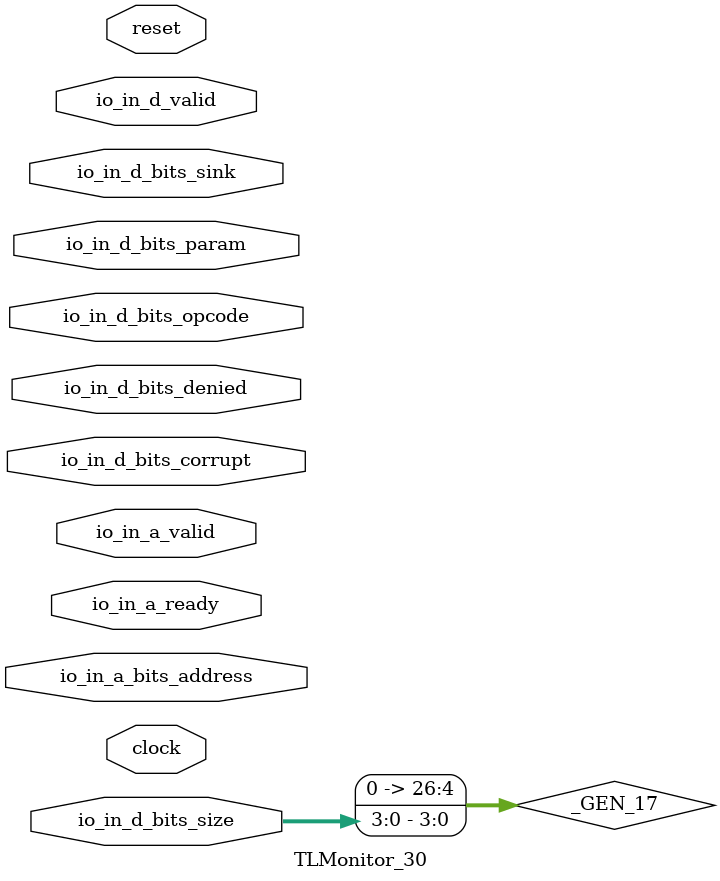
<source format=sv>

`ifndef ASSERT_VERBOSE_COND_
  `ifdef ASSERT_VERBOSE_COND
    `define ASSERT_VERBOSE_COND_ (`ASSERT_VERBOSE_COND)
  `else  // ASSERT_VERBOSE_COND
    `define ASSERT_VERBOSE_COND_ 1
  `endif // ASSERT_VERBOSE_COND
`endif // not def ASSERT_VERBOSE_COND_

// Users can define 'STOP_COND' to add an extra gate to stop conditions.
`ifndef STOP_COND_
  `ifdef STOP_COND
    `define STOP_COND_ (`STOP_COND)
  `else  // STOP_COND
    `define STOP_COND_ 1
  `endif // STOP_COND
`endif // not def STOP_COND_

module TLMonitor_30(
  input        clock,
               reset,
               io_in_a_ready,
               io_in_a_valid,
  input [32:0] io_in_a_bits_address,
  input        io_in_d_valid,
  input [2:0]  io_in_d_bits_opcode,
  input [1:0]  io_in_d_bits_param,
  input [3:0]  io_in_d_bits_size,
  input [1:0]  io_in_d_bits_sink,
  input        io_in_d_bits_denied,
               io_in_d_bits_corrupt
);

  wire [31:0] _plusarg_reader_1_out;
  wire [31:0] _plusarg_reader_out;
  wire        _a_first_T_1 = io_in_a_ready & io_in_a_valid;
  reg  [8:0]  a_first_counter;
  reg  [2:0]  opcode;
  reg  [2:0]  param;
  reg  [3:0]  size;
  reg         source;
  reg  [32:0] address;
  reg  [8:0]  d_first_counter;
  reg  [2:0]  opcode_1;
  reg  [1:0]  param_1;
  reg  [3:0]  size_1;
  reg  [1:0]  sink;
  reg         denied;
  reg         inflight;
  reg  [3:0]  inflight_opcodes;
  reg  [7:0]  inflight_sizes;
  reg  [8:0]  a_first_counter_1;
  wire        a_first_1 = a_first_counter_1 == 9'h0;
  reg  [8:0]  d_first_counter_1;
  wire        d_first_1 = d_first_counter_1 == 9'h0;
  wire        a_set = _a_first_T_1 & a_first_1;
  wire        d_release_ack = io_in_d_bits_opcode == 3'h6;
  wire        _GEN = io_in_d_valid & d_first_1;
  wire        d_clr_wo_ready = _GEN & ~d_release_ack;
  reg  [2:0]  casez_tmp;
  always @(*) begin
    casez (inflight_opcodes[3:1])
      3'b000:
        casez_tmp = 3'h0;
      3'b001:
        casez_tmp = 3'h0;
      3'b010:
        casez_tmp = 3'h1;
      3'b011:
        casez_tmp = 3'h1;
      3'b100:
        casez_tmp = 3'h1;
      3'b101:
        casez_tmp = 3'h2;
      3'b110:
        casez_tmp = 3'h4;
      default:
        casez_tmp = 3'h4;
    endcase
  end // always @(*)
  reg  [2:0]  casez_tmp_0;
  always @(*) begin
    casez (inflight_opcodes[3:1])
      3'b000:
        casez_tmp_0 = 3'h0;
      3'b001:
        casez_tmp_0 = 3'h0;
      3'b010:
        casez_tmp_0 = 3'h1;
      3'b011:
        casez_tmp_0 = 3'h1;
      3'b100:
        casez_tmp_0 = 3'h1;
      3'b101:
        casez_tmp_0 = 3'h2;
      3'b110:
        casez_tmp_0 = 3'h5;
      default:
        casez_tmp_0 = 3'h4;
    endcase
  end // always @(*)
  reg  [31:0] watchdog;
  reg         inflight_1;
  reg  [7:0]  inflight_sizes_1;
  reg  [8:0]  d_first_counter_2;
  wire        d_first_2 = d_first_counter_2 == 9'h0;
  wire        d_clr_1 = io_in_d_valid & d_first_2 & d_release_ack;
  reg  [31:0] watchdog_1;
  `ifndef SYNTHESIS
    wire       _GEN_0 = io_in_a_valid & ~reset;
    wire       _GEN_1 = io_in_d_valid & io_in_d_bits_opcode == 3'h6 & ~reset;
    wire       _GEN_2 = io_in_d_bits_size < 4'h3;
    wire       _GEN_3 = io_in_d_valid & io_in_d_bits_opcode == 3'h4 & ~reset;
    wire       _GEN_4 = io_in_d_bits_param == 2'h2;
    wire       _GEN_5 = io_in_d_valid & io_in_d_bits_opcode == 3'h5 & ~reset;
    wire       _GEN_6 = ~io_in_d_bits_denied | io_in_d_bits_corrupt;
    wire       _GEN_7 = io_in_d_valid & io_in_d_bits_opcode == 3'h0 & ~reset;
    wire       _GEN_8 = io_in_d_bits_opcode == 3'h1;
    wire       _GEN_9 = io_in_d_valid & _GEN_8 & ~reset;
    wire       _GEN_10 = io_in_d_valid & io_in_d_bits_opcode == 3'h2 & ~reset;
    wire       _GEN_11 = io_in_a_valid & (|a_first_counter) & ~reset;
    wire       _GEN_12 = io_in_d_valid & (|d_first_counter) & ~reset;
    wire       a_set_wo_ready = io_in_a_valid & a_first_1;
    wire       _GEN_13 = d_clr_wo_ready & a_set_wo_ready & ~reset;
    wire       _GEN_14 = d_clr_wo_ready & ~a_set_wo_ready & ~reset;
    wire [7:0] _GEN_15 = {4'h0, io_in_d_bits_size};
    wire       _GEN_16 = d_clr_1 & ~reset;
    always @(posedge clock) begin
      if (_GEN_0 & ~({io_in_a_bits_address[32:14], ~(io_in_a_bits_address[13:12])} == 21'h0 | io_in_a_bits_address[32:13] == 20'h0 | {io_in_a_bits_address[32:17], ~(io_in_a_bits_address[16])} == 17'h0 | {io_in_a_bits_address[32:21], io_in_a_bits_address[20:17] ^ 4'h8, io_in_a_bits_address[15:12]} == 20'h0 | {io_in_a_bits_address[32:26], io_in_a_bits_address[25:16] ^ 10'h200} == 17'h0 | {io_in_a_bits_address[32:28], ~(io_in_a_bits_address[27:26])} == 7'h0 | {io_in_a_bits_address[32], ~(io_in_a_bits_address[31])} == 2'h0 | io_in_a_bits_address[32:31] == 2'h2)) begin
        if (`ASSERT_VERBOSE_COND_)
          $error("Assertion failed: 'A' channel carries Get type which slave claims it can't support (connected at generators/boom/src/main/scala/common/tile.scala:138:21)\n    at Monitor.scala:42 assert(cond, message)\n");
        if (`STOP_COND_)
          $fatal;
      end
      if (_GEN_0 & (|(io_in_a_bits_address[5:0]))) begin
        if (`ASSERT_VERBOSE_COND_)
          $error("Assertion failed: 'A' channel Get address not aligned to size (connected at generators/boom/src/main/scala/common/tile.scala:138:21)\n    at Monitor.scala:42 assert(cond, message)\n");
        if (`STOP_COND_)
          $fatal;
      end
      if (io_in_d_valid & ~reset & (&io_in_d_bits_opcode)) begin
        if (`ASSERT_VERBOSE_COND_)
          $error("Assertion failed: 'D' channel has invalid opcode (connected at generators/boom/src/main/scala/common/tile.scala:138:21)\n    at Monitor.scala:49 assert(cond, message)\n");
        if (`STOP_COND_)
          $fatal;
      end
      if (_GEN_1 & _GEN_2) begin
        if (`ASSERT_VERBOSE_COND_)
          $error("Assertion failed: 'D' channel ReleaseAck smaller than a beat (connected at generators/boom/src/main/scala/common/tile.scala:138:21)\n    at Monitor.scala:49 assert(cond, message)\n");
        if (`STOP_COND_)
          $fatal;
      end
      if (_GEN_1 & (|io_in_d_bits_param)) begin
        if (`ASSERT_VERBOSE_COND_)
          $error("Assertion failed: 'D' channel ReleaseeAck carries invalid param (connected at generators/boom/src/main/scala/common/tile.scala:138:21)\n    at Monitor.scala:49 assert(cond, message)\n");
        if (`STOP_COND_)
          $fatal;
      end
      if (_GEN_1 & io_in_d_bits_corrupt) begin
        if (`ASSERT_VERBOSE_COND_)
          $error("Assertion failed: 'D' channel ReleaseAck is corrupt (connected at generators/boom/src/main/scala/common/tile.scala:138:21)\n    at Monitor.scala:49 assert(cond, message)\n");
        if (`STOP_COND_)
          $fatal;
      end
      if (_GEN_1 & io_in_d_bits_denied) begin
        if (`ASSERT_VERBOSE_COND_)
          $error("Assertion failed: 'D' channel ReleaseAck is denied (connected at generators/boom/src/main/scala/common/tile.scala:138:21)\n    at Monitor.scala:49 assert(cond, message)\n");
        if (`STOP_COND_)
          $fatal;
      end
      if (_GEN_3 & _GEN_2) begin
        if (`ASSERT_VERBOSE_COND_)
          $error("Assertion failed: 'D' channel Grant smaller than a beat (connected at generators/boom/src/main/scala/common/tile.scala:138:21)\n    at Monitor.scala:49 assert(cond, message)\n");
        if (`STOP_COND_)
          $fatal;
      end
      if (_GEN_3 & (&io_in_d_bits_param)) begin
        if (`ASSERT_VERBOSE_COND_)
          $error("Assertion failed: 'D' channel Grant carries invalid cap param (connected at generators/boom/src/main/scala/common/tile.scala:138:21)\n    at Monitor.scala:49 assert(cond, message)\n");
        if (`STOP_COND_)
          $fatal;
      end
      if (_GEN_3 & _GEN_4) begin
        if (`ASSERT_VERBOSE_COND_)
          $error("Assertion failed: 'D' channel Grant carries toN param (connected at generators/boom/src/main/scala/common/tile.scala:138:21)\n    at Monitor.scala:49 assert(cond, message)\n");
        if (`STOP_COND_)
          $fatal;
      end
      if (_GEN_3 & io_in_d_bits_corrupt) begin
        if (`ASSERT_VERBOSE_COND_)
          $error("Assertion failed: 'D' channel Grant is corrupt (connected at generators/boom/src/main/scala/common/tile.scala:138:21)\n    at Monitor.scala:49 assert(cond, message)\n");
        if (`STOP_COND_)
          $fatal;
      end
      if (_GEN_5 & _GEN_2) begin
        if (`ASSERT_VERBOSE_COND_)
          $error("Assertion failed: 'D' channel GrantData smaller than a beat (connected at generators/boom/src/main/scala/common/tile.scala:138:21)\n    at Monitor.scala:49 assert(cond, message)\n");
        if (`STOP_COND_)
          $fatal;
      end
      if (_GEN_5 & (&io_in_d_bits_param)) begin
        if (`ASSERT_VERBOSE_COND_)
          $error("Assertion failed: 'D' channel GrantData carries invalid cap param (connected at generators/boom/src/main/scala/common/tile.scala:138:21)\n    at Monitor.scala:49 assert(cond, message)\n");
        if (`STOP_COND_)
          $fatal;
      end
      if (_GEN_5 & _GEN_4) begin
        if (`ASSERT_VERBOSE_COND_)
          $error("Assertion failed: 'D' channel GrantData carries toN param (connected at generators/boom/src/main/scala/common/tile.scala:138:21)\n    at Monitor.scala:49 assert(cond, message)\n");
        if (`STOP_COND_)
          $fatal;
      end
      if (_GEN_5 & ~_GEN_6) begin
        if (`ASSERT_VERBOSE_COND_)
          $error("Assertion failed: 'D' channel GrantData is denied but not corrupt (connected at generators/boom/src/main/scala/common/tile.scala:138:21)\n    at Monitor.scala:49 assert(cond, message)\n");
        if (`STOP_COND_)
          $fatal;
      end
      if (_GEN_7 & (|io_in_d_bits_param)) begin
        if (`ASSERT_VERBOSE_COND_)
          $error("Assertion failed: 'D' channel AccessAck carries invalid param (connected at generators/boom/src/main/scala/common/tile.scala:138:21)\n    at Monitor.scala:49 assert(cond, message)\n");
        if (`STOP_COND_)
          $fatal;
      end
      if (_GEN_7 & io_in_d_bits_corrupt) begin
        if (`ASSERT_VERBOSE_COND_)
          $error("Assertion failed: 'D' channel AccessAck is corrupt (connected at generators/boom/src/main/scala/common/tile.scala:138:21)\n    at Monitor.scala:49 assert(cond, message)\n");
        if (`STOP_COND_)
          $fatal;
      end
      if (_GEN_9 & (|io_in_d_bits_param)) begin
        if (`ASSERT_VERBOSE_COND_)
          $error("Assertion failed: 'D' channel AccessAckData carries invalid param (connected at generators/boom/src/main/scala/common/tile.scala:138:21)\n    at Monitor.scala:49 assert(cond, message)\n");
        if (`STOP_COND_)
          $fatal;
      end
      if (_GEN_9 & ~_GEN_6) begin
        if (`ASSERT_VERBOSE_COND_)
          $error("Assertion failed: 'D' channel AccessAckData is denied but not corrupt (connected at generators/boom/src/main/scala/common/tile.scala:138:21)\n    at Monitor.scala:49 assert(cond, message)\n");
        if (`STOP_COND_)
          $fatal;
      end
      if (_GEN_10 & (|io_in_d_bits_param)) begin
        if (`ASSERT_VERBOSE_COND_)
          $error("Assertion failed: 'D' channel HintAck carries invalid param (connected at generators/boom/src/main/scala/common/tile.scala:138:21)\n    at Monitor.scala:49 assert(cond, message)\n");
        if (`STOP_COND_)
          $fatal;
      end
      if (_GEN_10 & io_in_d_bits_corrupt) begin
        if (`ASSERT_VERBOSE_COND_)
          $error("Assertion failed: 'D' channel HintAck is corrupt (connected at generators/boom/src/main/scala/common/tile.scala:138:21)\n    at Monitor.scala:49 assert(cond, message)\n");
        if (`STOP_COND_)
          $fatal;
      end
      if (_GEN_11 & opcode != 3'h4) begin
        if (`ASSERT_VERBOSE_COND_)
          $error("Assertion failed: 'A' channel opcode changed within multibeat operation (connected at generators/boom/src/main/scala/common/tile.scala:138:21)\n    at Monitor.scala:42 assert(cond, message)\n");
        if (`STOP_COND_)
          $fatal;
      end
      if (_GEN_11 & (|param)) begin
        if (`ASSERT_VERBOSE_COND_)
          $error("Assertion failed: 'A' channel param changed within multibeat operation (connected at generators/boom/src/main/scala/common/tile.scala:138:21)\n    at Monitor.scala:42 assert(cond, message)\n");
        if (`STOP_COND_)
          $fatal;
      end
      if (_GEN_11 & size != 4'h6) begin
        if (`ASSERT_VERBOSE_COND_)
          $error("Assertion failed: 'A' channel size changed within multibeat operation (connected at generators/boom/src/main/scala/common/tile.scala:138:21)\n    at Monitor.scala:42 assert(cond, message)\n");
        if (`STOP_COND_)
          $fatal;
      end
      if (_GEN_11 & source) begin
        if (`ASSERT_VERBOSE_COND_)
          $error("Assertion failed: 'A' channel source changed within multibeat operation (connected at generators/boom/src/main/scala/common/tile.scala:138:21)\n    at Monitor.scala:42 assert(cond, message)\n");
        if (`STOP_COND_)
          $fatal;
      end
      if (_GEN_11 & io_in_a_bits_address != address) begin
        if (`ASSERT_VERBOSE_COND_)
          $error("Assertion failed: 'A' channel address changed with multibeat operation (connected at generators/boom/src/main/scala/common/tile.scala:138:21)\n    at Monitor.scala:42 assert(cond, message)\n");
        if (`STOP_COND_)
          $fatal;
      end
      if (_GEN_12 & io_in_d_bits_opcode != opcode_1) begin
        if (`ASSERT_VERBOSE_COND_)
          $error("Assertion failed: 'D' channel opcode changed within multibeat operation (connected at generators/boom/src/main/scala/common/tile.scala:138:21)\n    at Monitor.scala:49 assert(cond, message)\n");
        if (`STOP_COND_)
          $fatal;
      end
      if (_GEN_12 & io_in_d_bits_param != param_1) begin
        if (`ASSERT_VERBOSE_COND_)
          $error("Assertion failed: 'D' channel param changed within multibeat operation (connected at generators/boom/src/main/scala/common/tile.scala:138:21)\n    at Monitor.scala:49 assert(cond, message)\n");
        if (`STOP_COND_)
          $fatal;
      end
      if (_GEN_12 & io_in_d_bits_size != size_1) begin
        if (`ASSERT_VERBOSE_COND_)
          $error("Assertion failed: 'D' channel size changed within multibeat operation (connected at generators/boom/src/main/scala/common/tile.scala:138:21)\n    at Monitor.scala:49 assert(cond, message)\n");
        if (`STOP_COND_)
          $fatal;
      end
      if (_GEN_12 & io_in_d_bits_sink != sink) begin
        if (`ASSERT_VERBOSE_COND_)
          $error("Assertion failed: 'D' channel sink changed with multibeat operation (connected at generators/boom/src/main/scala/common/tile.scala:138:21)\n    at Monitor.scala:49 assert(cond, message)\n");
        if (`STOP_COND_)
          $fatal;
      end
      if (_GEN_12 & io_in_d_bits_denied != denied) begin
        if (`ASSERT_VERBOSE_COND_)
          $error("Assertion failed: 'D' channel denied changed with multibeat operation (connected at generators/boom/src/main/scala/common/tile.scala:138:21)\n    at Monitor.scala:49 assert(cond, message)\n");
        if (`STOP_COND_)
          $fatal;
      end
      if (a_set & ~reset & inflight) begin
        if (`ASSERT_VERBOSE_COND_)
          $error("Assertion failed: 'A' channel re-used a source ID (connected at generators/boom/src/main/scala/common/tile.scala:138:21)\n    at Monitor.scala:42 assert(cond, message)\n");
        if (`STOP_COND_)
          $fatal;
      end
      if (d_clr_wo_ready & ~reset & ~(inflight | a_set_wo_ready)) begin
        if (`ASSERT_VERBOSE_COND_)
          $error("Assertion failed: 'D' channel acknowledged for nothing inflight (connected at generators/boom/src/main/scala/common/tile.scala:138:21)\n    at Monitor.scala:49 assert(cond, message)\n");
        if (`STOP_COND_)
          $fatal;
      end
      if (_GEN_13 & ~_GEN_8) begin
        if (`ASSERT_VERBOSE_COND_)
          $error("Assertion failed: 'D' channel contains improper opcode response (connected at generators/boom/src/main/scala/common/tile.scala:138:21)\n    at Monitor.scala:49 assert(cond, message)\n");
        if (`STOP_COND_)
          $fatal;
      end
      if (_GEN_13 & io_in_d_bits_size != 4'h6) begin
        if (`ASSERT_VERBOSE_COND_)
          $error("Assertion failed: 'D' channel contains improper response size (connected at generators/boom/src/main/scala/common/tile.scala:138:21)\n    at Monitor.scala:49 assert(cond, message)\n");
        if (`STOP_COND_)
          $fatal;
      end
      if (_GEN_14 & ~(io_in_d_bits_opcode == casez_tmp | io_in_d_bits_opcode == casez_tmp_0)) begin
        if (`ASSERT_VERBOSE_COND_)
          $error("Assertion failed: 'D' channel contains improper opcode response (connected at generators/boom/src/main/scala/common/tile.scala:138:21)\n    at Monitor.scala:49 assert(cond, message)\n");
        if (`STOP_COND_)
          $fatal;
      end
      if (_GEN_14 & _GEN_15 != {1'h0, inflight_sizes[7:1]}) begin
        if (`ASSERT_VERBOSE_COND_)
          $error("Assertion failed: 'D' channel contains improper response size (connected at generators/boom/src/main/scala/common/tile.scala:138:21)\n    at Monitor.scala:49 assert(cond, message)\n");
        if (`STOP_COND_)
          $fatal;
      end
      if (_GEN & a_first_1 & io_in_a_valid & ~d_release_ack & ~reset & ~io_in_a_ready) begin
        if (`ASSERT_VERBOSE_COND_)
          $error("Assertion failed: ready check\n    at Monitor.scala:49 assert(cond, message)\n");
        if (`STOP_COND_)
          $fatal;
      end
      if (~reset & ~(a_set_wo_ready != d_clr_wo_ready | ~a_set_wo_ready)) begin
        if (`ASSERT_VERBOSE_COND_)
          $error("Assertion failed: 'A' and 'D' concurrent, despite minlatency 3 (connected at generators/boom/src/main/scala/common/tile.scala:138:21)\n    at Monitor.scala:49 assert(cond, message)\n");
        if (`STOP_COND_)
          $fatal;
      end
      if (~reset & ~(~inflight | _plusarg_reader_out == 32'h0 | watchdog < _plusarg_reader_out)) begin
        if (`ASSERT_VERBOSE_COND_)
          $error("Assertion failed: TileLink timeout expired (connected at generators/boom/src/main/scala/common/tile.scala:138:21)\n    at Monitor.scala:42 assert(cond, message)\n");
        if (`STOP_COND_)
          $fatal;
      end
      if (_GEN_16 & ~inflight_1) begin
        if (`ASSERT_VERBOSE_COND_)
          $error("Assertion failed: 'D' channel acknowledged for nothing inflight (connected at generators/boom/src/main/scala/common/tile.scala:138:21)\n    at Monitor.scala:49 assert(cond, message)\n");
        if (`STOP_COND_)
          $fatal;
      end
      if (_GEN_16 & _GEN_15 != {1'h0, inflight_sizes_1[7:1]}) begin
        if (`ASSERT_VERBOSE_COND_)
          $error("Assertion failed: 'D' channel contains improper response size (connected at generators/boom/src/main/scala/common/tile.scala:138:21)\n    at Monitor.scala:49 assert(cond, message)\n");
        if (`STOP_COND_)
          $fatal;
      end
      if (~reset & ~(~inflight_1 | _plusarg_reader_1_out == 32'h0 | watchdog_1 < _plusarg_reader_1_out)) begin
        if (`ASSERT_VERBOSE_COND_)
          $error("Assertion failed: TileLink timeout expired (connected at generators/boom/src/main/scala/common/tile.scala:138:21)\n    at Monitor.scala:42 assert(cond, message)\n");
        if (`STOP_COND_)
          $fatal;
      end
    end // always @(posedge)
  `endif // not def SYNTHESIS
  wire [26:0] _GEN_17 = {23'h0, io_in_d_bits_size};
  wire [26:0] _d_first_beats1_decode_T_1 = 27'hFFF << _GEN_17;
  wire [26:0] _d_first_beats1_decode_T_5 = 27'hFFF << _GEN_17;
  wire [26:0] _d_first_beats1_decode_T_9 = 27'hFFF << _GEN_17;
  wire        _GEN_18 = _a_first_T_1 & ~(|a_first_counter);
  always @(posedge clock) begin
    if (reset) begin
      a_first_counter <= 9'h0;
      d_first_counter <= 9'h0;
      inflight <= 1'h0;
      inflight_opcodes <= 4'h0;
      inflight_sizes <= 8'h0;
      a_first_counter_1 <= 9'h0;
      d_first_counter_1 <= 9'h0;
      watchdog <= 32'h0;
      inflight_1 <= 1'h0;
      inflight_sizes_1 <= 8'h0;
      d_first_counter_2 <= 9'h0;
      watchdog_1 <= 32'h0;
    end
    else begin
      if (_a_first_T_1) begin
        if (|a_first_counter)
          a_first_counter <= a_first_counter - 9'h1;
        else
          a_first_counter <= 9'h0;
        if (a_first_1)
          a_first_counter_1 <= 9'h0;
        else
          a_first_counter_1 <= a_first_counter_1 - 9'h1;
      end
      if (io_in_d_valid) begin
        if (|d_first_counter)
          d_first_counter <= d_first_counter - 9'h1;
        else
          d_first_counter <= io_in_d_bits_opcode[0] ? ~(_d_first_beats1_decode_T_1[11:3]) : 9'h0;
        if (d_first_1)
          d_first_counter_1 <= io_in_d_bits_opcode[0] ? ~(_d_first_beats1_decode_T_5[11:3]) : 9'h0;
        else
          d_first_counter_1 <= d_first_counter_1 - 9'h1;
        if (d_first_2)
          d_first_counter_2 <= io_in_d_bits_opcode[0] ? ~(_d_first_beats1_decode_T_9[11:3]) : 9'h0;
        else
          d_first_counter_2 <= d_first_counter_2 - 9'h1;
        watchdog_1 <= 32'h0;
      end
      else
        watchdog_1 <= watchdog_1 + 32'h1;
      inflight <= (inflight | a_set) & ~d_clr_wo_ready;
      inflight_opcodes <= (inflight_opcodes | (a_set ? 4'h9 : 4'h0)) & ~{4{d_clr_wo_ready}};
      inflight_sizes <= (inflight_sizes | (a_set ? {3'h0, a_set ? 5'hD : 5'h0} : 8'h0)) & ~{8{d_clr_wo_ready}};
      if (_a_first_T_1 | io_in_d_valid)
        watchdog <= 32'h0;
      else
        watchdog <= watchdog + 32'h1;
      inflight_1 <= inflight_1 & ~d_clr_1;
      inflight_sizes_1 <= inflight_sizes_1 & ~{8{d_clr_1}};
    end
    if (_GEN_18) begin
      opcode <= 3'h4;
      param <= 3'h0;
      size <= 4'h6;
      address <= io_in_a_bits_address;
    end
    source <= ~_GEN_18 & source;
    if (io_in_d_valid & ~(|d_first_counter)) begin
      opcode_1 <= io_in_d_bits_opcode;
      param_1 <= io_in_d_bits_param;
      size_1 <= io_in_d_bits_size;
      sink <= io_in_d_bits_sink;
      denied <= io_in_d_bits_denied;
    end
  end // always @(posedge)
  plusarg_reader #(
    .DEFAULT(0),
    .FORMAT("tilelink_timeout=%d"),
    .WIDTH(32)
  ) plusarg_reader (
    .out (_plusarg_reader_out)
  );
  plusarg_reader #(
    .DEFAULT(0),
    .FORMAT("tilelink_timeout=%d"),
    .WIDTH(32)
  ) plusarg_reader_1 (
    .out (_plusarg_reader_1_out)
  );
endmodule


</source>
